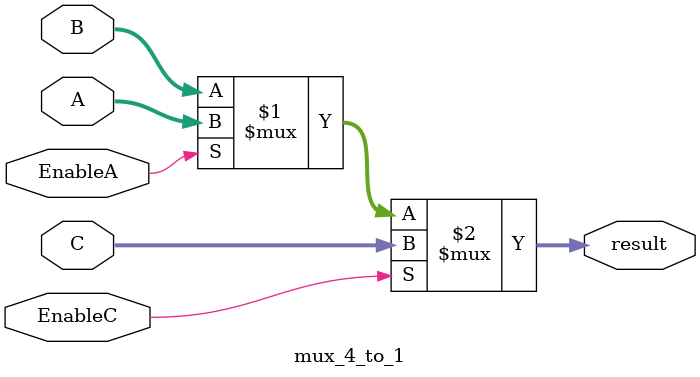
<source format=v>

module mux_4_to_1 #(parameter data_width = 32) (
    input [data_width - 1 : 0] A,
    input [data_width - 1 : 0] B,
    input [data_width - 1 : 0] C,
    input EnableA,
    input EnableC,
    output [data_width - 1 : 0] result);

assign result = EnableC? C : (EnableA? A : B) ;
    
endmodule

</source>
